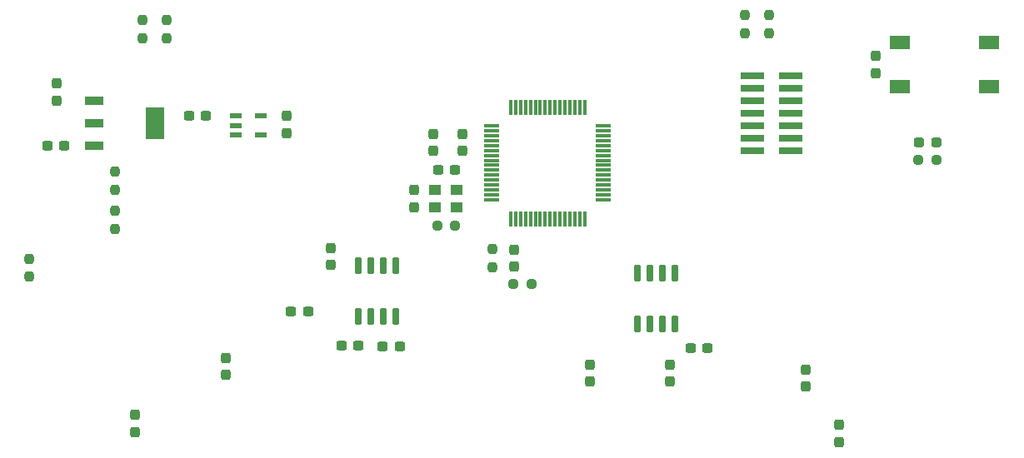
<source format=gbr>
%TF.GenerationSoftware,KiCad,Pcbnew,(6.0.7)*%
%TF.CreationDate,2022-10-27T14:16:22+02:00*%
%TF.ProjectId,Projet,50726f6a-6574-42e6-9b69-6361645f7063,1.0*%
%TF.SameCoordinates,Original*%
%TF.FileFunction,Paste,Top*%
%TF.FilePolarity,Positive*%
%FSLAX46Y46*%
G04 Gerber Fmt 4.6, Leading zero omitted, Abs format (unit mm)*
G04 Created by KiCad (PCBNEW (6.0.7)) date 2022-10-27 14:16:22*
%MOMM*%
%LPD*%
G01*
G04 APERTURE LIST*
G04 Aperture macros list*
%AMRoundRect*
0 Rectangle with rounded corners*
0 $1 Rounding radius*
0 $2 $3 $4 $5 $6 $7 $8 $9 X,Y pos of 4 corners*
0 Add a 4 corners polygon primitive as box body*
4,1,4,$2,$3,$4,$5,$6,$7,$8,$9,$2,$3,0*
0 Add four circle primitives for the rounded corners*
1,1,$1+$1,$2,$3*
1,1,$1+$1,$4,$5*
1,1,$1+$1,$6,$7*
1,1,$1+$1,$8,$9*
0 Add four rect primitives between the rounded corners*
20,1,$1+$1,$2,$3,$4,$5,0*
20,1,$1+$1,$4,$5,$6,$7,0*
20,1,$1+$1,$6,$7,$8,$9,0*
20,1,$1+$1,$8,$9,$2,$3,0*%
G04 Aperture macros list end*
%ADD10RoundRect,0.237500X0.237500X-0.300000X0.237500X0.300000X-0.237500X0.300000X-0.237500X-0.300000X0*%
%ADD11RoundRect,0.237500X0.237500X-0.250000X0.237500X0.250000X-0.237500X0.250000X-0.237500X-0.250000X0*%
%ADD12RoundRect,0.237500X0.300000X0.237500X-0.300000X0.237500X-0.300000X-0.237500X0.300000X-0.237500X0*%
%ADD13R,2.400000X0.740000*%
%ADD14RoundRect,0.237500X-0.237500X0.250000X-0.237500X-0.250000X0.237500X-0.250000X0.237500X0.250000X0*%
%ADD15RoundRect,0.237500X-0.237500X0.300000X-0.237500X-0.300000X0.237500X-0.300000X0.237500X0.300000X0*%
%ADD16RoundRect,0.237500X-0.300000X-0.237500X0.300000X-0.237500X0.300000X0.237500X-0.300000X0.237500X0*%
%ADD17RoundRect,0.237500X0.250000X0.237500X-0.250000X0.237500X-0.250000X-0.237500X0.250000X-0.237500X0*%
%ADD18R,1.300000X1.000000*%
%ADD19RoundRect,0.075000X-0.700000X-0.075000X0.700000X-0.075000X0.700000X0.075000X-0.700000X0.075000X0*%
%ADD20RoundRect,0.075000X-0.075000X-0.700000X0.075000X-0.700000X0.075000X0.700000X-0.075000X0.700000X0*%
%ADD21R,1.200000X0.600000*%
%ADD22RoundRect,0.150000X0.150000X-0.725000X0.150000X0.725000X-0.150000X0.725000X-0.150000X-0.725000X0*%
%ADD23R,2.100000X1.400000*%
%ADD24R,1.850000X3.200000*%
%ADD25R,1.850000X0.900000*%
%ADD26RoundRect,0.237500X0.237500X-0.287500X0.237500X0.287500X-0.237500X0.287500X-0.237500X-0.287500X0*%
%ADD27RoundRect,0.237500X-0.287500X-0.237500X0.287500X-0.237500X0.287500X0.237500X-0.287500X0.237500X0*%
G04 APERTURE END LIST*
D10*
%TO.C,C204*%
X148650000Y-116337500D03*
X148650000Y-118062500D03*
%TD*%
D11*
%TO.C,R403*%
X116100000Y-106612500D03*
X116100000Y-104787500D03*
%TD*%
%TO.C,R502*%
X113300000Y-122012500D03*
X113300000Y-120187500D03*
%TD*%
D12*
%TO.C,C502*%
X108162500Y-117600000D03*
X106437500Y-117600000D03*
%TD*%
D13*
%TO.C,J201*%
X182000000Y-118110000D03*
X178100000Y-118110000D03*
X182000000Y-116840000D03*
X178100000Y-116840000D03*
X182000000Y-115570000D03*
X178100000Y-115570000D03*
X182000000Y-114300000D03*
X178100000Y-114300000D03*
X182000000Y-113030000D03*
X178100000Y-113030000D03*
X182000000Y-111760000D03*
X178100000Y-111760000D03*
X182000000Y-110490000D03*
X178100000Y-110490000D03*
%TD*%
D14*
%TO.C,R202*%
X151700000Y-128087500D03*
X151700000Y-129912500D03*
%TD*%
D15*
%TO.C,C201*%
X190600000Y-110162500D03*
X190600000Y-108437500D03*
%TD*%
D16*
%TO.C,C304*%
X171800000Y-138100000D03*
X173525000Y-138100000D03*
%TD*%
D17*
%TO.C,R203*%
X146087500Y-125700000D03*
X147912500Y-125700000D03*
%TD*%
D11*
%TO.C,R402*%
X179800000Y-106112500D03*
X179800000Y-104287500D03*
%TD*%
%TO.C,R404*%
X118600000Y-106612500D03*
X118600000Y-104787500D03*
%TD*%
D10*
%TO.C,C401*%
X186900000Y-147662500D03*
X186900000Y-145937500D03*
%TD*%
D18*
%TO.C,Y201*%
X145850000Y-123850000D03*
X148050000Y-123850000D03*
X148050000Y-122050000D03*
X145850000Y-122050000D03*
%TD*%
D10*
%TO.C,C308*%
X183500000Y-142025000D03*
X183500000Y-140300000D03*
%TD*%
%TO.C,C402*%
X115400000Y-146662500D03*
X115400000Y-144937500D03*
%TD*%
D19*
%TO.C,U201*%
X151625000Y-115550000D03*
X151625000Y-116050000D03*
X151625000Y-116550000D03*
X151625000Y-117050000D03*
X151625000Y-117550000D03*
X151625000Y-118050000D03*
X151625000Y-118550000D03*
X151625000Y-119050000D03*
X151625000Y-119550000D03*
X151625000Y-120050000D03*
X151625000Y-120550000D03*
X151625000Y-121050000D03*
X151625000Y-121550000D03*
X151625000Y-122050000D03*
X151625000Y-122550000D03*
X151625000Y-123050000D03*
D20*
X153550000Y-124975000D03*
X154050000Y-124975000D03*
X154550000Y-124975000D03*
X155050000Y-124975000D03*
X155550000Y-124975000D03*
X156050000Y-124975000D03*
X156550000Y-124975000D03*
X157050000Y-124975000D03*
X157550000Y-124975000D03*
X158050000Y-124975000D03*
X158550000Y-124975000D03*
X159050000Y-124975000D03*
X159550000Y-124975000D03*
X160050000Y-124975000D03*
X160550000Y-124975000D03*
X161050000Y-124975000D03*
D19*
X162975000Y-123050000D03*
X162975000Y-122550000D03*
X162975000Y-122050000D03*
X162975000Y-121550000D03*
X162975000Y-121050000D03*
X162975000Y-120550000D03*
X162975000Y-120050000D03*
X162975000Y-119550000D03*
X162975000Y-119050000D03*
X162975000Y-118550000D03*
X162975000Y-118050000D03*
X162975000Y-117550000D03*
X162975000Y-117050000D03*
X162975000Y-116550000D03*
X162975000Y-116050000D03*
X162975000Y-115550000D03*
D20*
X161050000Y-113625000D03*
X160550000Y-113625000D03*
X160050000Y-113625000D03*
X159550000Y-113625000D03*
X159050000Y-113625000D03*
X158550000Y-113625000D03*
X158050000Y-113625000D03*
X157550000Y-113625000D03*
X157050000Y-113625000D03*
X156550000Y-113625000D03*
X156050000Y-113625000D03*
X155550000Y-113625000D03*
X155050000Y-113625000D03*
X154550000Y-113625000D03*
X154050000Y-113625000D03*
X153550000Y-113625000D03*
%TD*%
D17*
%TO.C,R301*%
X155662500Y-131650000D03*
X153837500Y-131650000D03*
%TD*%
D12*
%TO.C,C503*%
X120837500Y-114500000D03*
X122562500Y-114500000D03*
%TD*%
D21*
%TO.C,PS501*%
X125650000Y-114550000D03*
X125650000Y-115500000D03*
X125650000Y-116450000D03*
X128150000Y-116450000D03*
X128150000Y-114550000D03*
%TD*%
D22*
%TO.C,U301*%
X138095000Y-134875000D03*
X139365000Y-134875000D03*
X140635000Y-134875000D03*
X141905000Y-134875000D03*
X141905000Y-129725000D03*
X140635000Y-129725000D03*
X139365000Y-129725000D03*
X138095000Y-129725000D03*
%TD*%
D11*
%TO.C,R401*%
X177300000Y-104287500D03*
X177300000Y-106112500D03*
%TD*%
D10*
%TO.C,C202*%
X143750000Y-122087500D03*
X143750000Y-123812500D03*
%TD*%
D23*
%TO.C,S201*%
X193050000Y-107077500D03*
X202150000Y-107077500D03*
X193050000Y-111577500D03*
X202150000Y-111577500D03*
%TD*%
D15*
%TO.C,C306*%
X169750000Y-139787500D03*
X169750000Y-141512500D03*
%TD*%
D24*
%TO.C,IC501*%
X117400000Y-115300000D03*
D25*
X111200000Y-117600000D03*
X111200000Y-115300000D03*
X111200000Y-113000000D03*
%TD*%
D10*
%TO.C,C310*%
X161550000Y-141525000D03*
X161550000Y-139800000D03*
%TD*%
%TO.C,C307*%
X135250000Y-129662500D03*
X135250000Y-127937500D03*
%TD*%
D22*
%TO.C,U302*%
X166395000Y-135675000D03*
X167665000Y-135675000D03*
X168935000Y-135675000D03*
X170205000Y-135675000D03*
X170205000Y-130525000D03*
X168935000Y-130525000D03*
X167665000Y-130525000D03*
X166395000Y-130525000D03*
%TD*%
D15*
%TO.C,C504*%
X130800000Y-116262500D03*
X130800000Y-114537500D03*
%TD*%
D16*
%TO.C,C309*%
X136337500Y-137900000D03*
X138062500Y-137900000D03*
%TD*%
D10*
%TO.C,C501*%
X107400000Y-112975000D03*
X107400000Y-111250000D03*
%TD*%
D14*
%TO.C,R501*%
X104600000Y-129037500D03*
X104600000Y-130862500D03*
%TD*%
D12*
%TO.C,C305*%
X132962500Y-134400000D03*
X131237500Y-134400000D03*
%TD*%
D16*
%TO.C,C303*%
X140537500Y-138000000D03*
X142262500Y-138000000D03*
%TD*%
D26*
%TO.C,D202*%
X153900000Y-129875000D03*
X153900000Y-128125000D03*
%TD*%
D11*
%TO.C,R503*%
X113300000Y-126012500D03*
X113300000Y-124187500D03*
%TD*%
D15*
%TO.C,C302*%
X124600000Y-139137500D03*
X124600000Y-140862500D03*
%TD*%
D17*
%TO.C,R201*%
X194987500Y-119000000D03*
X196812500Y-119000000D03*
%TD*%
D27*
%TO.C,D201*%
X195025000Y-117200000D03*
X196775000Y-117200000D03*
%TD*%
D12*
%TO.C,C203*%
X146187500Y-120050000D03*
X147912500Y-120050000D03*
%TD*%
D10*
%TO.C,C206*%
X145650000Y-118075000D03*
X145650000Y-116350000D03*
%TD*%
M02*

</source>
